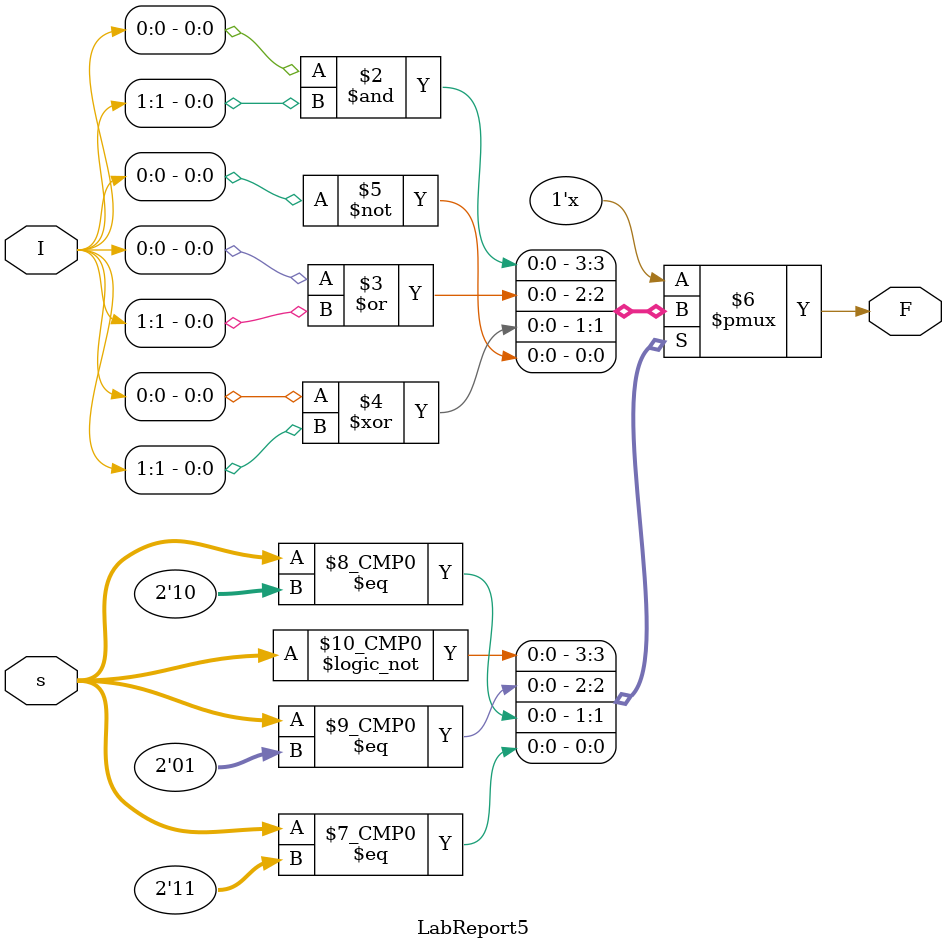
<source format=v>
`timescale 1ns / 1ps


module LabReport5(input[1:0] s, input [1:0]I, output reg F);
always @ (s  or I) begin
    case(s)
    2'b00: F = I [0] & I [1];
    2'b01: F = I [0] | I [1];
    2'b10: F = I [0] ^ I [1];
    2'b11: F = ~I [0];
    endcase
end
endmodule

</source>
